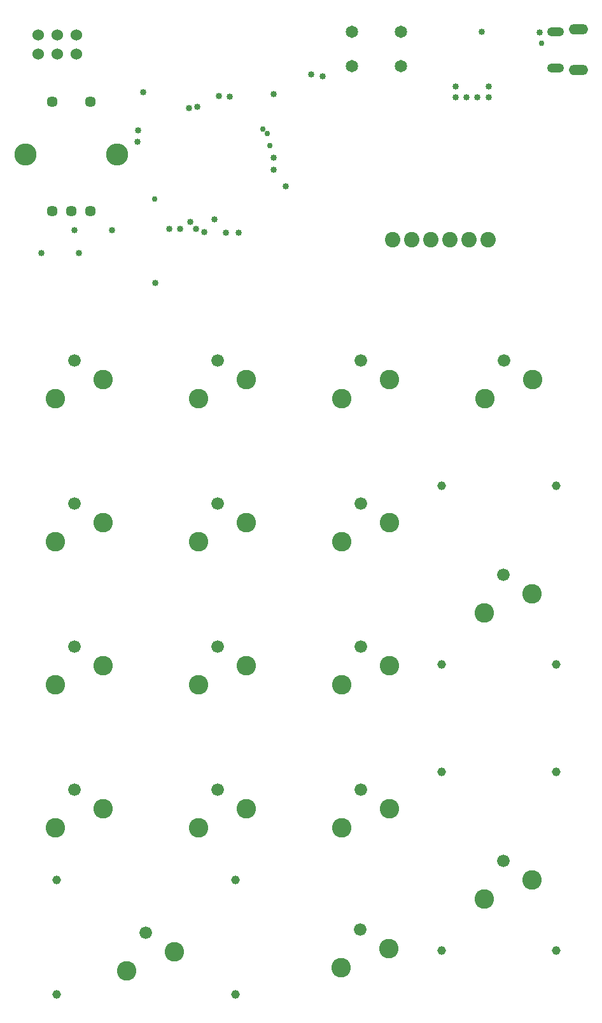
<source format=gbs>
G04*
G04 #@! TF.GenerationSoftware,Altium Limited,Altium Designer,22.9.1 (49)*
G04*
G04 Layer_Color=16711935*
%FSLAX25Y25*%
%MOIN*%
G70*
G04*
G04 #@! TF.SameCoordinates,9D6E7D6E-5856-4DC7-B93E-05E9B7285799*
G04*
G04*
G04 #@! TF.FilePolarity,Negative*
G04*
G01*
G75*
%ADD43C,0.06000*%
%ADD44C,0.06591*%
%ADD45C,0.10236*%
%ADD46C,0.00591*%
%ADD47C,0.06496*%
%ADD48C,0.11614*%
%ADD49C,0.05709*%
%ADD50C,0.04528*%
%ADD51C,0.08091*%
%ADD52O,0.10039X0.05315*%
%ADD53C,0.02953*%
%ADD54C,0.03347*%
%ADD71O,0.08858X0.04724*%
D43*
X24055Y508110D02*
D03*
X34055D02*
D03*
X44055D02*
D03*
X24055Y518110D02*
D03*
X34055D02*
D03*
X44055D02*
D03*
D44*
X267799Y84870D02*
D03*
X192823Y49118D02*
D03*
X80413Y47441D02*
D03*
X192914Y122441D02*
D03*
X117913D02*
D03*
X42913D02*
D03*
X267799Y234870D02*
D03*
X192914Y197441D02*
D03*
X117913D02*
D03*
X42913D02*
D03*
X267914Y347441D02*
D03*
X192914Y272441D02*
D03*
X117913D02*
D03*
X42913D02*
D03*
X192914Y347441D02*
D03*
X117913D02*
D03*
X42913D02*
D03*
D45*
X282799Y74871D02*
D03*
X257799Y64871D02*
D03*
X207823Y39118D02*
D03*
X182823Y29118D02*
D03*
X95413Y37441D02*
D03*
X70413Y27441D02*
D03*
X207914Y112441D02*
D03*
X182914Y102441D02*
D03*
X132913Y112441D02*
D03*
X107913Y102441D02*
D03*
X57913Y112441D02*
D03*
X32913Y102441D02*
D03*
X282799Y224870D02*
D03*
X257799Y214870D02*
D03*
X207914Y187441D02*
D03*
X182914Y177441D02*
D03*
X132913Y187441D02*
D03*
X107913Y177441D02*
D03*
X57913Y187441D02*
D03*
X32913Y177441D02*
D03*
X282914Y337441D02*
D03*
X257914Y327441D02*
D03*
X207914Y262441D02*
D03*
X182914Y252441D02*
D03*
X132913Y262441D02*
D03*
X107913Y252441D02*
D03*
X57913Y262441D02*
D03*
X32913Y252441D02*
D03*
X207914Y337441D02*
D03*
X182914Y327441D02*
D03*
X132913Y337441D02*
D03*
X107913Y327441D02*
D03*
X57913Y337441D02*
D03*
X32913Y327441D02*
D03*
D46*
X247799Y84870D02*
D03*
X287799D02*
D03*
X172823Y49118D02*
D03*
X212823D02*
D03*
X60413Y47441D02*
D03*
X100413D02*
D03*
X172914Y122441D02*
D03*
X212914D02*
D03*
X97913D02*
D03*
X137913D02*
D03*
X22913D02*
D03*
X62913D02*
D03*
X247799Y234870D02*
D03*
X287799D02*
D03*
X172914Y197441D02*
D03*
X212914D02*
D03*
X97913D02*
D03*
X137913D02*
D03*
X22913D02*
D03*
X62913D02*
D03*
X247914Y347441D02*
D03*
X287914D02*
D03*
X172914Y272441D02*
D03*
X212914D02*
D03*
X97913D02*
D03*
X137913D02*
D03*
X22913D02*
D03*
X62913D02*
D03*
X172914Y347441D02*
D03*
X212914D02*
D03*
X97913D02*
D03*
X137913D02*
D03*
X22913D02*
D03*
X62913D02*
D03*
D47*
X213976Y519488D02*
D03*
X188386D02*
D03*
X213976Y501772D02*
D03*
X188386D02*
D03*
D48*
X65354Y455315D02*
D03*
X17323D02*
D03*
D49*
X41339Y425787D02*
D03*
X51181D02*
D03*
X31496D02*
D03*
X51181Y482874D02*
D03*
X31496D02*
D03*
D50*
X295358Y37823D02*
D03*
Y131524D02*
D03*
X235358Y38020D02*
D03*
Y131721D02*
D03*
X127461Y75000D02*
D03*
X33760D02*
D03*
X127264Y15000D02*
D03*
X33563D02*
D03*
X295358Y187823D02*
D03*
Y281524D02*
D03*
X235358Y188020D02*
D03*
Y281720D02*
D03*
D51*
X209516Y410614D02*
D03*
X249516D02*
D03*
X259516D02*
D03*
X239516D02*
D03*
X229516D02*
D03*
X219516D02*
D03*
D52*
X306890Y520965D02*
D03*
Y499508D02*
D03*
D53*
X141535Y468701D02*
D03*
X144095Y466142D02*
D03*
X145276Y460039D02*
D03*
X85039Y432087D02*
D03*
X287795Y513583D02*
D03*
D54*
X147244Y447441D02*
D03*
X147441Y453740D02*
D03*
X153543Y438779D02*
D03*
X173031Y496457D02*
D03*
X118504Y485827D02*
D03*
X124409Y485630D02*
D03*
X128937Y414173D02*
D03*
X122244D02*
D03*
X75984Y461811D02*
D03*
X103150Y479724D02*
D03*
X103543Y420079D02*
D03*
X106693Y416142D02*
D03*
X111024Y414764D02*
D03*
X116339Y421457D02*
D03*
X147441Y487008D02*
D03*
X256260Y519583D02*
D03*
X259842Y490945D02*
D03*
X242520D02*
D03*
X242520Y485433D02*
D03*
X166929Y497244D02*
D03*
X248294Y485433D02*
D03*
X259842D02*
D03*
X254068D02*
D03*
X85433Y387992D02*
D03*
X107283Y480315D02*
D03*
X98425Y416142D02*
D03*
X92520Y416339D02*
D03*
X286811Y519291D02*
D03*
X45472Y403658D02*
D03*
X62795Y415665D02*
D03*
X42913D02*
D03*
X25591Y403658D02*
D03*
X76181Y468110D02*
D03*
X78937Y487992D02*
D03*
D71*
X294961Y519783D02*
D03*
Y500689D02*
D03*
M02*

</source>
